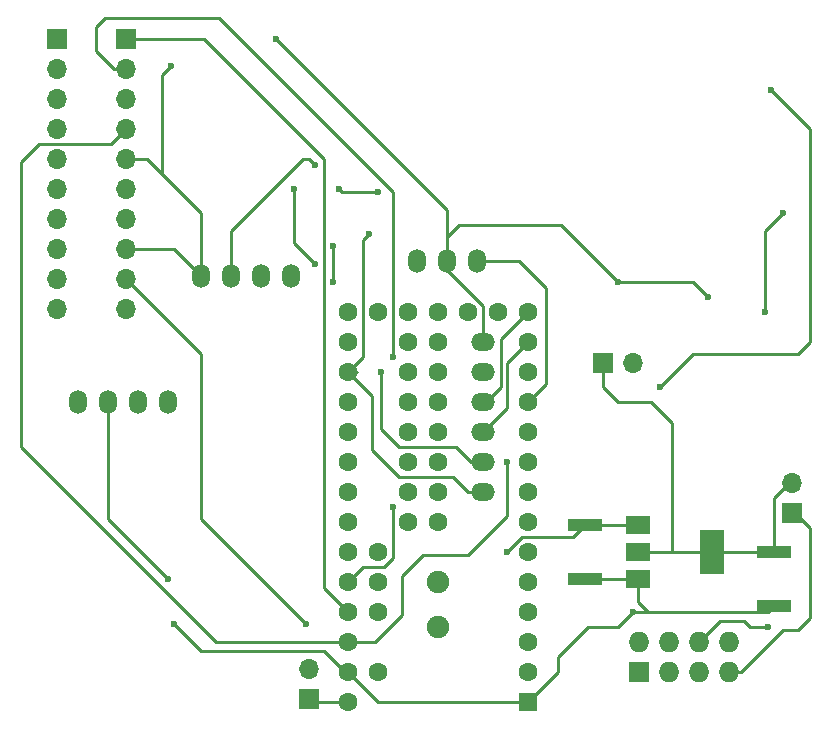
<source format=gbr>
G04 #@! TF.FileFunction,Copper,L2,Bot,Signal*
%FSLAX46Y46*%
G04 Gerber Fmt 4.6, Leading zero omitted, Abs format (unit mm)*
G04 Created by KiCad (PCBNEW 4.0.7) date 04/18/18 00:39:05*
%MOMM*%
%LPD*%
G01*
G04 APERTURE LIST*
%ADD10C,0.100000*%
%ADD11O,1.524000X2.000000*%
%ADD12C,1.600000*%
%ADD13R,1.600000X1.600000*%
%ADD14C,1.900000*%
%ADD15R,1.727200X1.727200*%
%ADD16O,1.727200X1.727200*%
%ADD17R,3.000000X1.000000*%
%ADD18R,2.000000X3.800000*%
%ADD19R,2.000000X1.500000*%
%ADD20R,1.700000X1.700000*%
%ADD21O,1.700000X1.700000*%
%ADD22O,2.000000X1.524000*%
%ADD23C,0.600000*%
%ADD24C,0.250000*%
G04 APERTURE END LIST*
D10*
D11*
X150622000Y-82042000D03*
X148082000Y-82042000D03*
X145542000Y-82042000D03*
D12*
X147320000Y-86360000D03*
X144780000Y-86360000D03*
X142240000Y-86360000D03*
X139700000Y-86360000D03*
X149860000Y-86360000D03*
X152400000Y-86360000D03*
X154940000Y-86360000D03*
X139700000Y-88900000D03*
X139700000Y-91440000D03*
X139700000Y-93980000D03*
X139700000Y-96520000D03*
X139700000Y-99060000D03*
X139700000Y-101600000D03*
X139700000Y-104140000D03*
X139700000Y-106680000D03*
X139700000Y-109220000D03*
X139700000Y-111760000D03*
X139700000Y-114300000D03*
X139700000Y-116840000D03*
X139700000Y-119380000D03*
X142240000Y-116840000D03*
X142240000Y-111760000D03*
X142240000Y-109220000D03*
X142240000Y-106680000D03*
X154940000Y-88900000D03*
X154940000Y-91440000D03*
X154940000Y-93980000D03*
X154940000Y-96520000D03*
X154940000Y-99060000D03*
X154940000Y-101600000D03*
X154940000Y-104140000D03*
X154940000Y-106680000D03*
X154940000Y-109220000D03*
X154940000Y-111760000D03*
X154940000Y-114300000D03*
X154940000Y-116840000D03*
D13*
X154940000Y-119380000D03*
D12*
X147320000Y-104140000D03*
X147320000Y-101600000D03*
X147320000Y-99060000D03*
X147320000Y-96520000D03*
X147320000Y-93980000D03*
X147320000Y-91440000D03*
X147320000Y-88900000D03*
X144780000Y-88900000D03*
X144780000Y-91440000D03*
X144780000Y-93980000D03*
X144780000Y-96520000D03*
X144780000Y-99060000D03*
X144780000Y-101600000D03*
X144780000Y-104140000D03*
D14*
X147320000Y-109220000D03*
X147320000Y-113030000D03*
D15*
X164338000Y-116840000D03*
D16*
X164338000Y-114300000D03*
X166878000Y-116840000D03*
X166878000Y-114300000D03*
X169418000Y-116840000D03*
X169418000Y-114300000D03*
X171958000Y-116840000D03*
X171958000Y-114300000D03*
D11*
X116840000Y-93980000D03*
X119380000Y-93980000D03*
X121920000Y-93980000D03*
X124460000Y-93980000D03*
X134874000Y-83312000D03*
X132334000Y-83312000D03*
X129794000Y-83312000D03*
X127254000Y-83312000D03*
D17*
X159766000Y-104380000D03*
X159766000Y-108980000D03*
X175768000Y-106666000D03*
X175768000Y-111266000D03*
D18*
X170536000Y-106680000D03*
D19*
X164236000Y-106680000D03*
X164236000Y-104380000D03*
X164236000Y-108980000D03*
D20*
X115062000Y-63246000D03*
D21*
X115062000Y-65786000D03*
X115062000Y-68326000D03*
X115062000Y-70866000D03*
X115062000Y-73406000D03*
X115062000Y-75946000D03*
X115062000Y-78486000D03*
X115062000Y-81026000D03*
X115062000Y-83566000D03*
X115062000Y-86106000D03*
D20*
X120904000Y-63246000D03*
D21*
X120904000Y-65786000D03*
X120904000Y-68326000D03*
X120904000Y-70866000D03*
X120904000Y-73406000D03*
X120904000Y-75946000D03*
X120904000Y-78486000D03*
X120904000Y-81026000D03*
X120904000Y-83566000D03*
X120904000Y-86106000D03*
D20*
X161290000Y-90678000D03*
D21*
X163830000Y-90678000D03*
D20*
X177292000Y-103378000D03*
D21*
X177292000Y-100838000D03*
D20*
X136398000Y-119126000D03*
D21*
X136398000Y-116586000D03*
D22*
X151130000Y-88900000D03*
X151130000Y-91440000D03*
X151130000Y-93980000D03*
X151130000Y-96520000D03*
X151130000Y-99060000D03*
X151130000Y-101600000D03*
D23*
X124714000Y-65532000D03*
X133604000Y-63246000D03*
X124460000Y-108966000D03*
X124968000Y-112776000D03*
X175006000Y-86360000D03*
X176530000Y-77978000D03*
X163830000Y-111760000D03*
X170180000Y-85090000D03*
X162560000Y-83820000D03*
X154940000Y-119380000D03*
X175514000Y-67564000D03*
X166116000Y-92710000D03*
X136144000Y-112776000D03*
X153162000Y-106680000D03*
X142240000Y-76200000D03*
X138938000Y-75946000D03*
X136906000Y-73914000D03*
X142494000Y-91440000D03*
X141478000Y-79756000D03*
X143510000Y-90170000D03*
X143510000Y-102870000D03*
X153162000Y-99060000D03*
X135128000Y-75946000D03*
X136906000Y-82296000D03*
X138430000Y-83820000D03*
X138430000Y-80772000D03*
X175260000Y-113030000D03*
D24*
X151130000Y-88900000D02*
X151130000Y-85852000D01*
X151130000Y-85852000D02*
X148082000Y-82804000D01*
X148082000Y-82804000D02*
X148082000Y-82042000D01*
X148082000Y-82042000D02*
X148082000Y-77724000D01*
X123952000Y-66294000D02*
X123952000Y-74676000D01*
X124714000Y-65532000D02*
X123952000Y-66294000D01*
X148082000Y-77724000D02*
X133604000Y-63246000D01*
X139700000Y-116840000D02*
X139446000Y-116840000D01*
X139446000Y-116840000D02*
X137668000Y-115062000D01*
X137668000Y-115062000D02*
X127254000Y-115062000D01*
X119380000Y-93980000D02*
X119380000Y-103886000D01*
X119380000Y-103886000D02*
X124460000Y-108966000D01*
X124968000Y-112776000D02*
X127254000Y-115062000D01*
X120904000Y-81026000D02*
X124968000Y-81026000D01*
X124968000Y-81026000D02*
X127254000Y-83312000D01*
X120904000Y-73406000D02*
X122682000Y-73406000D01*
X122682000Y-73406000D02*
X123952000Y-74676000D01*
X123952000Y-74676000D02*
X127254000Y-77978000D01*
X127254000Y-77978000D02*
X127254000Y-83312000D01*
X165100000Y-111760000D02*
X175274000Y-111760000D01*
X175274000Y-111760000D02*
X175768000Y-111266000D01*
X164236000Y-108980000D02*
X164236000Y-110896000D01*
X164236000Y-110896000D02*
X165100000Y-111760000D01*
X164236000Y-108980000D02*
X159766000Y-108980000D01*
X148844000Y-79248000D02*
X149098000Y-78994000D01*
X148082000Y-80010000D02*
X148844000Y-79248000D01*
X149098000Y-78994000D02*
X149352000Y-78994000D01*
X175006000Y-79502000D02*
X175006000Y-86360000D01*
X176530000Y-77978000D02*
X175006000Y-79502000D01*
X163830000Y-111760000D02*
X165100000Y-111760000D01*
X157480000Y-116840000D02*
X154940000Y-119380000D01*
X163830000Y-111760000D02*
X162560000Y-113030000D01*
X162560000Y-113030000D02*
X160020000Y-113030000D01*
X160020000Y-113030000D02*
X157480000Y-115570000D01*
X157480000Y-115570000D02*
X157480000Y-116840000D01*
X170180000Y-85090000D02*
X168910000Y-83820000D01*
X168910000Y-83820000D02*
X162560000Y-83820000D01*
X157734000Y-78994000D02*
X149352000Y-78994000D01*
X162560000Y-83820000D02*
X157734000Y-78994000D01*
X148082000Y-82042000D02*
X148082000Y-80010000D01*
X154940000Y-119380000D02*
X142240000Y-119380000D01*
X142240000Y-119380000D02*
X139700000Y-116840000D01*
X150622000Y-82042000D02*
X154178000Y-82042000D01*
X156464000Y-92456000D02*
X154940000Y-93980000D01*
X156464000Y-84328000D02*
X156464000Y-92456000D01*
X154178000Y-82042000D02*
X156464000Y-84328000D01*
X178816000Y-70866000D02*
X175514000Y-67564000D01*
X178816000Y-88900000D02*
X178816000Y-70866000D01*
X177800000Y-89916000D02*
X178816000Y-88900000D01*
X168910000Y-89916000D02*
X177800000Y-89916000D01*
X166116000Y-92710000D02*
X168910000Y-89916000D01*
X164236000Y-104380000D02*
X159766000Y-104380000D01*
X127254000Y-89916000D02*
X120904000Y-83566000D01*
X127254000Y-103886000D02*
X127254000Y-89916000D01*
X136144000Y-112776000D02*
X127254000Y-103886000D01*
X153162000Y-106680000D02*
X154432000Y-105410000D01*
X154432000Y-105410000D02*
X158736000Y-105410000D01*
X158736000Y-105410000D02*
X159766000Y-104380000D01*
X161290000Y-90678000D02*
X161290000Y-92710000D01*
X165354000Y-93980000D02*
X167132000Y-95758000D01*
X162560000Y-93980000D02*
X165354000Y-93980000D01*
X161290000Y-92710000D02*
X162560000Y-93980000D01*
X167132000Y-95758000D02*
X167132000Y-106680000D01*
X129794000Y-83312000D02*
X129794000Y-79502000D01*
X139192000Y-76200000D02*
X142240000Y-76200000D01*
X138938000Y-75946000D02*
X139192000Y-76200000D01*
X136398000Y-73406000D02*
X136906000Y-73914000D01*
X135890000Y-73406000D02*
X136398000Y-73406000D01*
X129794000Y-79502000D02*
X135890000Y-73406000D01*
X175768000Y-106666000D02*
X175768000Y-102108000D01*
X177038000Y-100838000D02*
X177292000Y-100838000D01*
X175768000Y-102108000D02*
X177038000Y-100838000D01*
X164236000Y-106680000D02*
X167132000Y-106680000D01*
X167132000Y-106680000D02*
X170536000Y-106680000D01*
X175768000Y-106666000D02*
X170550000Y-106666000D01*
X170550000Y-106666000D02*
X170536000Y-106680000D01*
X151130000Y-93980000D02*
X151384000Y-93980000D01*
X151384000Y-93980000D02*
X152654000Y-92710000D01*
X152654000Y-92710000D02*
X152654000Y-88646000D01*
X152654000Y-88646000D02*
X154940000Y-86360000D01*
X151130000Y-99060000D02*
X150114000Y-99060000D01*
X142494000Y-96266000D02*
X142494000Y-91440000D01*
X144018000Y-97790000D02*
X142494000Y-96266000D01*
X148844000Y-97790000D02*
X144018000Y-97790000D01*
X150114000Y-99060000D02*
X148844000Y-97790000D01*
X151130000Y-101600000D02*
X149860000Y-101600000D01*
X141732000Y-93472000D02*
X139700000Y-91440000D01*
X141732000Y-98044000D02*
X141732000Y-93472000D01*
X144018000Y-100330000D02*
X141732000Y-98044000D01*
X148590000Y-100330000D02*
X144018000Y-100330000D01*
X149860000Y-101600000D02*
X148590000Y-100330000D01*
X139700000Y-91440000D02*
X140462000Y-91440000D01*
X140970000Y-90170000D02*
X139700000Y-91440000D01*
X140970000Y-80264000D02*
X140970000Y-90170000D01*
X141478000Y-79756000D02*
X140970000Y-80264000D01*
X151130000Y-96520000D02*
X153162000Y-94488000D01*
X153162000Y-90678000D02*
X154940000Y-88900000D01*
X153162000Y-94488000D02*
X153162000Y-90678000D01*
X171958000Y-116840000D02*
X172974000Y-116840000D01*
X178816000Y-104648000D02*
X178816000Y-112268000D01*
X178816000Y-112268000D02*
X178562000Y-112522000D01*
X178816000Y-104648000D02*
X177546000Y-103378000D01*
X177800000Y-113284000D02*
X178562000Y-112522000D01*
X176530000Y-113284000D02*
X177800000Y-113284000D01*
X172974000Y-116840000D02*
X176530000Y-113284000D01*
X177292000Y-103378000D02*
X177546000Y-103378000D01*
X171958000Y-116840000D02*
X172466000Y-116840000D01*
X139700000Y-119380000D02*
X136652000Y-119380000D01*
X136652000Y-119380000D02*
X136398000Y-119126000D01*
X120904000Y-63246000D02*
X127508000Y-63246000D01*
X137668000Y-109728000D02*
X139700000Y-111760000D01*
X137668000Y-73406000D02*
X137668000Y-109728000D01*
X127508000Y-63246000D02*
X137668000Y-73406000D01*
X120904000Y-65786000D02*
X119888000Y-65786000D01*
X140970000Y-107950000D02*
X139700000Y-109220000D01*
X142748000Y-107950000D02*
X140970000Y-107950000D01*
X143510000Y-107188000D02*
X142748000Y-107950000D01*
X143510000Y-76200000D02*
X143510000Y-90170000D01*
X143510000Y-102870000D02*
X143510000Y-107188000D01*
X128778000Y-61468000D02*
X143510000Y-76200000D01*
X119126000Y-61468000D02*
X128778000Y-61468000D01*
X118364000Y-62230000D02*
X119126000Y-61468000D01*
X118364000Y-64262000D02*
X118364000Y-62230000D01*
X119888000Y-65786000D02*
X118364000Y-64262000D01*
X141986000Y-114300000D02*
X139700000Y-114300000D01*
X144272000Y-112014000D02*
X141986000Y-114300000D01*
X144272000Y-108712000D02*
X144272000Y-112014000D01*
X146050000Y-106934000D02*
X144272000Y-108712000D01*
X149860000Y-106934000D02*
X146050000Y-106934000D01*
X153162000Y-103632000D02*
X149860000Y-106934000D01*
X153162000Y-99060000D02*
X153162000Y-103632000D01*
X139700000Y-114300000D02*
X128524000Y-114300000D01*
X119634000Y-72136000D02*
X120904000Y-70866000D01*
X113538000Y-72136000D02*
X119634000Y-72136000D01*
X112014000Y-73660000D02*
X113538000Y-72136000D01*
X112014000Y-97790000D02*
X112014000Y-73660000D01*
X128524000Y-114300000D02*
X112014000Y-97790000D01*
X135128000Y-80518000D02*
X135128000Y-75946000D01*
X136906000Y-82296000D02*
X135128000Y-80518000D01*
X138430000Y-83820000D02*
X138430000Y-80772000D01*
X171196000Y-112522000D02*
X169418000Y-114300000D01*
X173228000Y-112522000D02*
X171196000Y-112522000D01*
X173736000Y-113030000D02*
X173228000Y-112522000D01*
X175260000Y-113030000D02*
X173736000Y-113030000D01*
M02*

</source>
